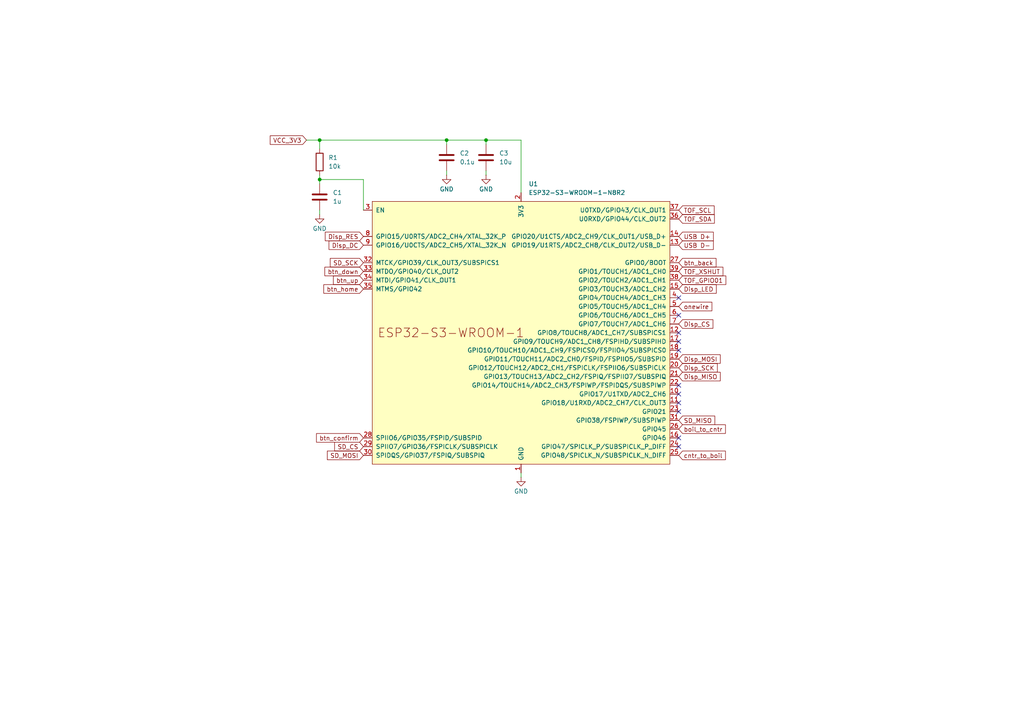
<source format=kicad_sch>
(kicad_sch (version 20231120) (generator "eeschema") (generator_version "8.0")
  (paper "A4")
  (title_block (title "Power and ESP32-S3"))
  (lib_symbols
    (symbol "Device:C" (pin_numbers hide) (pin_names (offset 0.254))
      (property "Reference" "C" (at 0.635 2.54 0))
      (property "Value" "C" (at 0.635 -2.54 0))
      (symbol "C_0_1"
        (polyline (pts (xy -2.032 -0.762) (xy 2.032 -0.762)) (stroke (width 0.508)))
        (polyline (pts (xy -2.032 0.762) (xy 2.032 0.762)) (stroke (width 0.508)))
      )
      (symbol "C_1_1"
        (pin passive line (at 0 3.81 270) (length 2.794) (name "~") (number "1"))
        (pin passive line (at 0 -3.81 90) (length 2.794) (name "~") (number "2"))
      )
    )
    (symbol "Device:R" (pin_numbers hide) (pin_names (offset 0))
      (property "Reference" "R" (at 2.032 0 90))
      (property "Value" "R" (at 0 0 90))
      (symbol "R_0_1"
        (rectangle (start -1.016 -2.54) (end 1.016 2.54) (stroke (width 0.254)))
      )
      (symbol "R_1_1"
        (pin passive line (at 0 3.81 270) (length 1.27) (name "~") (number "1"))
        (pin passive line (at 0 -3.81 90) (length 1.27) (name "~") (number "2"))
      )
    )
    (symbol "PCM_Espressif:ESP32-S3-WROOM-1" (pin_names (offset 1.016))
      (property "Reference" "U" (at -43.18 43.18 0))
      (property "Value" "ESP32-S3-WROOM-1" (at -43.18 40.64 0))
      (symbol "ESP32-S3-WROOM-1_0_0"
        (text "ESP32-S3-WROOM-1" (at -20.32 0 0) (effects (font (size 2.54 2.54))))
        (pin power_in line (at 0 -40.64 90) (length 2.54) (name "GND") (number "1"))
        (pin bidirectional line (at 45.72 -17.78 180) (length 2.54) (name "GPIO17/U1TXD/ADC2_CH6") (number "10"))
        (pin bidirectional line (at 45.72 -20.32 180) (length 2.54) (name "GPIO18/U1RXD/ADC2_CH7/CLK_OUT3") (number "11"))
        (pin bidirectional line (at 45.72 0 180) (length 2.54) (name "GPIO8/TOUCH8/ADC1_CH7/SUBSPICS1") (number "12"))
        (pin bidirectional line (at 45.72 25.4 180) (length 2.54) (name "GPIO19/U1RTS/ADC2_CH8/CLK_OUT2/USB_D-") (number "13"))
        (pin bidirectional line (at 45.72 27.94 180) (length 2.54) (name "GPIO20/U1CTS/ADC2_CH9/CLK_OUT1/USB_D+") (number "14"))
        (pin bidirectional line (at 45.72 12.7 180) (length 2.54) (name "GPIO3/TOUCH3/ADC1_CH2") (number "15"))
        (pin bidirectional line (at 45.72 -30.48 180) (length 2.54) (name "GPIO46") (number "16"))
        (pin bidirectional line (at 45.72 -2.54 180) (length 2.54) (name "GPIO9/TOUCH9/ADC1_CH8/FSPIHD/SUBSPIHD") (number "17"))
        (pin bidirectional line (at 45.72 -5.08 180) (length 2.54) (name "GPIO10/TOUCH10/ADC1_CH9/FSPICS0/FSPIIO4/SUBSPICS0") (number "18"))
        (pin bidirectional line (at 45.72 -7.62 180) (length 2.54) (name "GPIO11/TOUCH11/ADC2_CH0/FSPID/FSPIIO5/SUBSPID") (number "19"))
        (pin power_in line (at 0 40.64 270) (length 2.54) (name "3V3") (number "2"))
        (pin bidirectional line (at 45.72 -10.16 180) (length 2.54) (name "GPIO12/TOUCH12/ADC2_CH1/FSPICLK/FSPIIO6/SUBSPICLK") (number "20"))
        (pin bidirectional line (at 45.72 -12.7 180) (length 2.54) (name "GPIO13/TOUCH13/ADC2_CH2/FSPIQ/FSPIIO7/SUBSPIQ") (number "21"))
        (pin bidirectional line (at 45.72 -15.24 180) (length 2.54) (name "GPIO14/TOUCH14/ADC2_CH3/FSPIWP/FSPIDQS/SUBSPIWP") (number "22"))
        (pin bidirectional line (at 45.72 -22.86 180) (length 2.54) (name "GPIO21") (number "23"))
        (pin bidirectional line (at 45.72 -33.02 180) (length 2.54) (name "GPIO47/SPICLK_P/SUBSPICLK_P_DIFF") (number "24"))
        (pin bidirectional line (at 45.72 -35.56 180) (length 2.54) (name "GPIO48/SPICLK_N/SUBSPICLK_N_DIFF") (number "25"))
        (pin bidirectional line (at 45.72 -27.94 180) (length 2.54) (name "GPIO45") (number "26"))
        (pin bidirectional line (at 45.72 20.32 180) (length 2.54) (name "GPIO0/BOOT") (number "27"))
        (pin bidirectional line (at -45.72 -30.48 0) (length 2.54) (name "SPIIO6/GPIO35/FSPID/SUBSPID") (number "28"))
        (pin bidirectional line (at -45.72 -33.02 0) (length 2.54) (name "SPIIO7/GPIO36/FSPICLK/SUBSPICLK") (number "29"))
        (pin input line (at -45.72 35.56 0) (length 2.54) (name "EN") (number "3"))
        (pin bidirectional line (at -45.72 -35.56 0) (length 2.54) (name "SPIDQS/GPIO37/FSPIQ/SUBSPIQ") (number "30"))
        (pin bidirectional line (at 45.72 -25.4 180) (length 2.54) (name "GPIO38/FSPIWP/SUBSPIWP") (number "31"))
        (pin bidirectional line (at -45.72 20.32 0) (length 2.54) (name "MTCK/GPIO39/CLK_OUT3/SUBSPICS1") (number "32"))
        (pin bidirectional line (at -45.72 17.78 0) (length 2.54) (name "MTDO/GPIO40/CLK_OUT2") (number "33"))
        (pin bidirectional line (at -45.72 15.24 0) (length 2.54) (name "MTDI/GPIO41/CLK_OUT1") (number "34"))
        (pin bidirectional line (at -45.72 12.7 0) (length 2.54) (name "MTMS/GPIO42") (number "35"))
        (pin bidirectional line (at 45.72 33.02 180) (length 2.54) (name "U0RXD/GPIO44/CLK_OUT2") (number "36"))
        (pin bidirectional line (at 45.72 35.56 180) (length 2.54) (name "U0TXD/GPIO43/CLK_OUT1") (number "37"))
        (pin bidirectional line (at 45.72 15.24 180) (length 2.54) (name "GPIO2/TOUCH2/ADC1_CH1") (number "38"))
        (pin bidirectional line (at 45.72 17.78 180) (length 2.54) (name "GPIO1/TOUCH1/ADC1_CH0") (number "39"))
        (pin bidirectional line (at 45.72 10.16 180) (length 2.54) (name "GPIO4/TOUCH4/ADC1_CH3") (number "4"))
        (pin passive line (at 0 -40.64 90) (length 2.54) hide (name "GND") (number "40"))
        (pin passive line (at 0 -40.64 90) (length 2.54) hide (name "GND") (number "41"))
        (pin bidirectional line (at 45.72 7.62 180) (length 2.54) (name "GPIO5/TOUCH5/ADC1_CH4") (number "5"))
        (pin bidirectional line (at 45.72 5.08 180) (length 2.54) (name "GPIO6/TOUCH6/ADC1_CH5") (number "6"))
        (pin bidirectional line (at 45.72 2.54 180) (length 2.54) (name "GPIO7/TOUCH7/ADC1_CH6") (number "7"))
        (pin bidirectional line (at -45.72 27.94 0) (length 2.54) (name "GPIO15/U0RTS/ADC2_CH4/XTAL_32K_P") (number "8"))
        (pin bidirectional line (at -45.72 25.4 0) (length 2.54) (name "GPIO16/U0CTS/ADC2_CH5/XTAL_32K_N") (number "9"))
      )
      (symbol "ESP32-S3-WROOM-1_0_1"
        (rectangle (start -43.18 38.1) (end 43.18 -38.1) (fill (type background)))
      )
    )
    (symbol "power:GND" (power) (pin_numbers hide) (pin_names (offset 0) hide)
      (property "Value" "GND" (at 0 -3.81 0))
      (symbol "GND_0_1"
        (polyline (pts (xy 0 0) (xy 0 -1.27) (xy 1.27 -1.27) (xy 0 -2.54) (xy -1.27 -1.27) (xy 0 -1.27)))
      )
      (symbol "GND_1_1"
        (pin power_in line (at 0 0 270) (length 0) (name "~") (number "1"))
      )
    )
  )
  (junction (at 92.71 52.07))
  (junction (at 129.54 40.64))
  (junction (at 92.71 40.64))
  (junction (at 140.97 40.64))
  (no_connect (at 196.85 129.54))
  (no_connect (at 196.85 96.52))
  (no_connect (at 196.85 101.6))
  (no_connect (at 196.85 91.44))
  (no_connect (at 196.85 119.38))
  (no_connect (at 196.85 114.3))
  (no_connect (at 196.85 111.76))
  (no_connect (at 196.85 99.06))
  (no_connect (at 196.85 86.36))
  (no_connect (at 196.85 127))
  (no_connect (at 196.85 116.84))
  (wire (pts (xy 92.71 40.64) (xy 88.9 40.64)))
  (wire (pts (xy 129.54 40.64) (xy 140.97 40.64)))
  (wire (pts (xy 105.41 52.07) (xy 92.71 52.07)))
  (wire (pts (xy 151.13 40.64) (xy 151.13 55.88)))
  (wire (pts (xy 140.97 49.53) (xy 140.97 50.8)))
  (wire (pts (xy 129.54 49.53) (xy 129.54 50.8)))
  (wire (pts (xy 129.54 40.64) (xy 129.54 41.91)))
  (wire (pts (xy 105.41 60.96) (xy 105.41 52.07)))
  (wire (pts (xy 92.71 40.64) (xy 92.71 43.18)))
  (wire (pts (xy 151.13 40.64) (xy 140.97 40.64)))
  (wire (pts (xy 92.71 52.07) (xy 92.71 53.34)))
  (wire (pts (xy 92.71 50.8) (xy 92.71 52.07)))
  (wire (pts (xy 140.97 40.64) (xy 140.97 41.91)))
  (wire (pts (xy 92.71 40.64) (xy 129.54 40.64)))
  (wire (pts (xy 92.71 60.96) (xy 92.71 62.23)))
  (wire (pts (xy 151.13 137.16) (xy 151.13 138.43)))
  (global_label "SD_MISO" (shape input) (at 196.85 121.92 0) (property "Intersheetrefs" "${INTERSHEET_REFS}" (effects (hide yes))))
  (global_label "btn_back" (shape input) (at 196.85 76.2 0) (property "Intersheetrefs" "${INTERSHEET_REFS}" (effects (hide yes))))
  (global_label "USB D-" (shape input) (at 196.85 71.12 0) (property "Intersheetrefs" "${INTERSHEET_REFS}" (effects (hide yes))))
  (global_label "Disp_RES" (shape input) (at 105.41 68.58 180) (property "Intersheetrefs" "${INTERSHEET_REFS}" (effects (hide yes))))
  (global_label "btn_confirm" (shape input) (at 105.41 127 180) (property "Intersheetrefs" "${INTERSHEET_REFS}" (effects (hide yes))))
  (global_label "SD_SCK" (shape input) (at 105.41 76.2 180) (property "Intersheetrefs" "${INTERSHEET_REFS}" (effects (hide yes))))
  (global_label "VCC_3V3" (shape input) (at 88.9 40.64 180) (property "Intersheetrefs" "${INTERSHEET_REFS}" (effects (hide yes))))
  (global_label "btn_home" (shape input) (at 105.41 83.82 180) (property "Intersheetrefs" "${INTERSHEET_REFS}" (effects (hide yes))))
  (global_label "Disp_DC" (shape input) (at 105.41 71.12 180) (property "Intersheetrefs" "${INTERSHEET_REFS}" (effects (hide yes))))
  (global_label "onewire" (shape input) (at 196.85 88.9 0) (property "Intersheetrefs" "${INTERSHEET_REFS}" (effects (hide yes))))
  (global_label "btn_down" (shape input) (at 105.41 78.74 180) (property "Intersheetrefs" "${INTERSHEET_REFS}" (effects (hide yes))))
  (global_label "Disp_MISO" (shape input) (at 196.85 109.22 0) (property "Intersheetrefs" "${INTERSHEET_REFS}" (effects (hide yes))))
  (global_label "Disp_CS" (shape input) (at 196.85 93.98 0) (property "Intersheetrefs" "${INTERSHEET_REFS}" (effects (hide yes))))
  (global_label "TOF_GPIO01" (shape input) (at 196.85 81.28 0) (property "Intersheetrefs" "${INTERSHEET_REFS}" (effects (hide yes))))
  (global_label "boil_to_cntr" (shape input) (at 196.85 124.46 0) (property "Intersheetrefs" "${INTERSHEET_REFS}" (effects (hide yes))))
  (global_label "SD_MOSI" (shape input) (at 105.41 132.08 180) (property "Intersheetrefs" "${INTERSHEET_REFS}" (effects (hide yes))))
  (global_label "Disp_MOSI" (shape input) (at 196.85 104.14 0) (property "Intersheetrefs" "${INTERSHEET_REFS}" (effects (hide yes))))
  (global_label "USB D+" (shape input) (at 196.85 68.58 0) (property "Intersheetrefs" "${INTERSHEET_REFS}" (effects (hide yes))))
  (global_label "btn_up" (shape input) (at 105.41 81.28 180) (property "Intersheetrefs" "${INTERSHEET_REFS}" (effects (hide yes))))
  (global_label "TOF_XSHUT" (shape input) (at 196.85 78.74 0) (property "Intersheetrefs" "${INTERSHEET_REFS}" (effects (hide yes))))
  (global_label "SD_CS" (shape input) (at 105.41 129.54 180) (property "Intersheetrefs" "${INTERSHEET_REFS}" (effects (hide yes))))
  (global_label "TOF_SDA" (shape input) (at 196.85 63.5 0) (property "Intersheetrefs" "${INTERSHEET_REFS}" (effects (hide yes))))
  (global_label "cntr_to_boil" (shape input) (at 196.85 132.08 0) (property "Intersheetrefs" "${INTERSHEET_REFS}" (effects (hide yes))))
  (global_label "Disp_LED" (shape input) (at 196.85 83.82 0) (property "Intersheetrefs" "${INTERSHEET_REFS}" (effects (hide yes))))
  (global_label "TOF_SCL" (shape input) (at 196.85 60.96 0) (property "Intersheetrefs" "${INTERSHEET_REFS}" (effects (hide yes))))
  (global_label "Disp_SCK" (shape input) (at 196.85 106.68 0) (property "Intersheetrefs" "${INTERSHEET_REFS}" (effects (hide yes))))
  (symbol (lib_id "power:GND") (at 140.97 50.8 0) (unit 1)
    (property "Reference" "#PWR03" (effects (hide yes)))
    (property "Value" "GND" (at 140.97 54.864 0))
    (property "Description" "Power symbol creates a global label with name \"GND\" , ground" (effects (hide yes)))
  )
  (symbol (lib_id "PCM_Espressif:ESP32-S3-WROOM-1") (at 151.13 96.52 0) (unit 1)
    (property "Reference" "U1" (at 153.3241 53.34 0) (effects (justify left)))
    (property "Value" "ESP32-S3-WROOM-1-N8R2" (at 153.3241 55.88 0) (effects (justify left)))
    (property "Footprint" "PCM_Espressif:ESP32-S3-WROOM-1" (effects (hide yes)))
    (property "Datasheet" "https://www.espressif.com/sites/default/files/documentation/esp32-s3-wroom-1_wroom-1u_datasheet_en.pdf" (effects (hide yes)))
    (property "Description" "2.4 GHz WiFi (802.11 b/g/n) and Bluetooth ® 5 (LE) module Built around ESP32S3 series of SoCs, Xtensa ® dualcore 32bit LX7 microprocessor Flash up to 16 MB, PSRAM up to 8 MB 36 GPIOs, rich set of peripherals Onboard PCB antenna" (effects (hide yes)))
    (property "LCSC Part # " "C2913204" (effects (hide yes)))
  )
  (symbol (lib_id "Device:C") (at 140.97 45.72 0) (unit 1)
    (property "Reference" "C3" (at 144.78 44.4499 0) (effects (justify left)))
    (property "Value" "10u" (at 144.78 46.9899 0) (effects (justify left)))
    (property "Footprint" "Capacitor_SMD:C_0402_1005Metric" (effects (hide yes)))
    (property "Description" "Unpolarized capacitor" (effects (hide yes)))
    (property "LCSC Part # " " C15525" (effects (hide yes)))
  )
  (symbol (lib_id "power:GND") (at 92.71 62.23 0) (unit 1)
    (property "Reference" "#PWR01" (effects (hide yes)))
    (property "Value" "GND" (at 92.71 66.294 0))
    (property "Description" "Power symbol creates a global label with name \"GND\" , ground" (effects (hide yes)))
  )
  (symbol (lib_id "power:GND") (at 151.13 138.43 0) (unit 1)
    (property "Reference" "#PWR04" (effects (hide yes)))
    (property "Value" "GND" (at 151.13 142.494 0))
    (property "Description" "Power symbol creates a global label with name \"GND\" , ground" (effects (hide yes)))
  )
  (symbol (lib_id "Device:C") (at 92.71 57.15 0) (unit 1)
    (property "Reference" "C1" (at 96.52 55.8799 0) (effects (justify left)))
    (property "Value" "1u" (at 96.52 58.4199 0) (effects (justify left)))
    (property "Footprint" "Capacitor_SMD:C_0603_1608Metric" (effects (hide yes)))
    (property "Description" "Unpolarized capacitor" (effects (hide yes)))
    (property "LCSC Part # " "C15849" (effects (hide yes)))
  )
  (symbol (lib_id "power:GND") (at 129.54 50.8 0) (unit 1)
    (property "Reference" "#PWR02" (effects (hide yes)))
    (property "Value" "GND" (at 129.54 54.864 0))
    (property "Description" "Power symbol creates a global label with name \"GND\" , ground" (effects (hide yes)))
  )
  (symbol (lib_id "Device:R") (at 92.71 46.99 180) (unit 1)
    (property "Reference" "R1" (at 95.25 45.7199 0) (effects (justify right)))
    (property "Value" "10k" (at 95.25 48.2599 0) (effects (justify right)))
    (property "Footprint" "Resistor_SMD:R_0603_1608Metric" (effects (hide yes)))
    (property "Description" "Resistor" (effects (hide yes)))
    (property "LCSC Part # " "C25804" (effects (hide yes)))
  )
  (symbol (lib_id "Device:C") (at 129.54 45.72 0) (unit 1)
    (property "Reference" "C2" (at 133.35 44.4499 0) (effects (justify left)))
    (property "Value" "0.1u" (at 133.35 46.9899 0) (effects (justify left)))
    (property "Footprint" "Capacitor_SMD:C_0603_1608Metric" (effects (hide yes)))
    (property "Description" "Unpolarized capacitor" (effects (hide yes)))
    (property "LCSC Part # " "C14663" (effects (hide yes)))
  )
)
</source>
